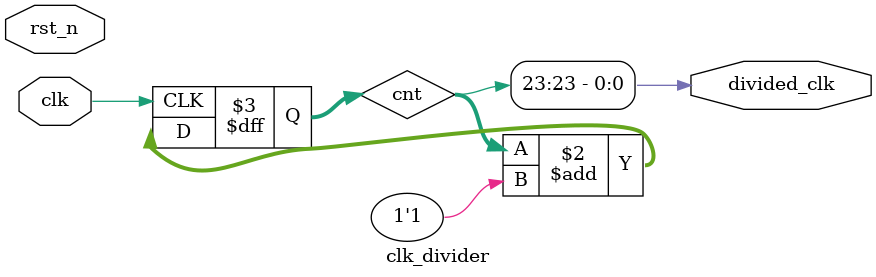
<source format=v>
module clk_divider
# (
    parameter w = 24
)
(
    input  clk,
    input  rst_n,
    output divided_clk
);

    reg [w - 1:0] cnt;

    always @ (posedge clk)
            cnt <= cnt + 1'b1;

    assign divided_clk = cnt [w - 1];

endmodule
 
</source>
